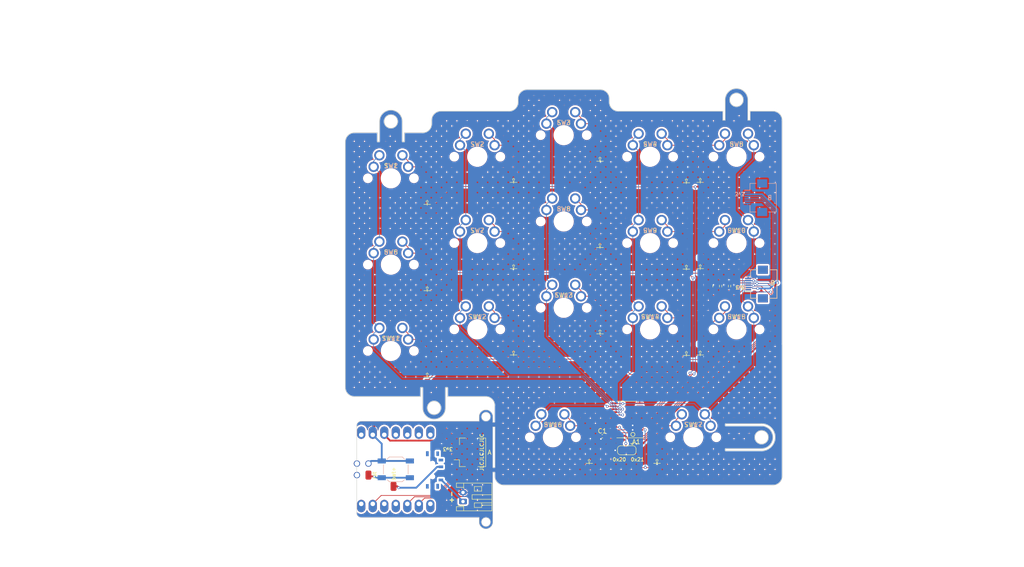
<source format=kicad_pcb>
(kicad_pcb (version 20221018) (generator pcbnew)
  (layers (0 "F.Cu" signal) (31 "B.Cu" signal) (34 "B.Paste" user) (35 "F.Paste" user) (36 "B.SilkS" user "B.Silkscreen") (37 "F.SilkS" user "F.Silkscreen") (38 "B.Mask" user) (39 "F.Mask" user) (44 "Edge.Cuts" user))
  (net 0 "")
  (net 1 "+3V3")
  (net 2 "SDA")
  (net 3 "SCL")
  (net 4 "ADDR0")
  (net 5 "BAT+")
  (net 6 "+5V")
  (net 8 "ROW1")
  (net 11 "Net-(D1-A)")
  (net 12 "Net-(D2-A)")
  (net 13 "Net-(D3-A)")
  (net 14 "RESET")
  (net 15 "MCU_BAT+")
  (net 16 "IO_INT")
  (net 17 "Net-(D4-A)")
  (net 18 "Net-(D5-A)")
  (net 22 "COL2")
  (net 26 "Net-(D6-A)")
  (net 27 "Net-(D7-A)")
  (net 28 "Net-(D8-A)")
  (net 29 "Net-(D9-A)")
  (net 30 "Net-(D10-A)")
  (net 31 "COL3")
  (net 32 "Net-(D11-A)")
  (net 33 "Net-(D12-A)")
  (net 34 "Net-(D13-A)")
  (net 35 "Net-(D14-A)")
  (net 36 "Net-(D15-A)")
  (net 37 "COL4")
  (net 38 "Net-(D16-A)")
  (net 39 "Net-(D17-A)")
  (net 40 "COL1")
  (net 41 "COL5")
  (net 42 "ROW2")
  (net 43 "ROW3")
  (net 44 "ROW4")
  (net 54 "GND")
  (footprint "Diode_SMD:D_SOD-123" (layer "F.Cu") (at 181.44 105.715 90)
    (fp_text reference "D14" hide)
    (fp_text value "1N4148W")
  )
  (footprint "Resistor_SMD:R_0805_2012Metric_Pad1.20x1.40mm_HandSolder" (layer "F.Cu") (at 189.979988 91.157753 -90)
    (fp_text reference "R2" hide)
    (fp_text value "4K7")
  )
  (footprint "keyswitches:SW_MX_reversible" (layer "F.Cu") (at 152.0088 124.5275)
    (fp_text reference "SW16")
    (fp_text value "SW_SPST")
  )
  (footprint "keyswitches:SW_MX_reversible" (layer "F.Cu") (at 192.49 100.715)
    (fp_text reference "SW15")
    (fp_text value "SW_SPST")
  )
  (footprint "keyswitches:SW_MX_reversible" (layer "F.Cu") (at 116.29 67.3775)
    (fp_text reference "SW1")
    (fp_text value "SW_SPST")
  )
  (footprint "Jumper:SolderJumper-3_P1.3mm_Open_RoundedPad1.0x1.5mm" (layer "F.Cu") (at 168.29 127.4025 180)
    (fp_text reference "JP1" hide)
    (fp_text value "Jumper_3_Open")
  )
  (footprint "Connector_FFC-FPC:Hirose_FH12-6S-0.5SH_1x06-1MP_P0.50mm_Horizontal" (layer "F.Cu") (at 196.904988 90.707753 90)
    (fp_text reference "J2" hide)
    (fp_text value "Conn_01x06")
  )
  (footprint "keyswitches:SW_MX_reversible" (layer "F.Cu") (at 135.34 81.665)
    (fp_text reference "SW7")
    (fp_text value "SW_SPST")
  )
  (footprint "Package_SO:TSSOP-24_4.4x7.8mm_P0.65mm" (layer "F.Cu") (at 168.29 120.615 180)
    (fp_text reference "U1" hide)
    (fp_text value "TCA9555PWR")
  )
  (footprint "Resistor_SMD:R_0805_2012Metric_Pad1.20x1.40mm_HandSolder" (layer "F.Cu") (at 188.004988 91.157753 -90)
    (fp_text reference "R3" hide)
    (fp_text value "10K")
  )
  (footprint "Diode_SMD:D_SOD-123" (layer "F.Cu") (at 143.34 86.565 90)
    (fp_text reference "D7" hide)
    (fp_text value "1N4148W")
  )
  (footprint "keyswitches:SW_MX_reversible" (layer "F.Cu") (at 173.44 62.615)
    (fp_text reference "SW4")
    (fp_text value "SW_SPST")
  )
  (footprint "Connector_FFC-FPC:Hirose_FH12-6S-0.5SH_1x06-1MP_P0.50mm_Horizontal" (layer "F.Cu") (at 132.7 127.845 90)
    (fp_text reference "J1" hide)
    (fp_text value "Conn_01x06")
  )
  (footprint "keyswitches:SW_MX_reversible" (layer "F.Cu") (at 135.34 100.715)
    (fp_text reference "SW12")
    (fp_text value "SW_SPST")
  )
  (footprint "Diode_SMD:D_SOD-123" (layer "F.Cu") (at 124.29 72.3775 90)
    (fp_text reference "D1" hide)
    (fp_text value "1N4148W")
  )
  (footprint "mcu:xiao-ble-tht-bodge" (layer "F.Cu") (at 117.367369 131.600635 90)
    (fp_text reference "U2" hide)
    (fp_text value "xiao-ble" hide)
  )
  (footprint "Diode_SMD:D_SOD-123" (layer "F.Cu") (at 124.29 110.4775 90)
    (fp_text reference "D11" hide)
    (fp_text value "1N4148W")
  )
  (footprint "Diode_SMD:D_SOD-123" (layer "F.Cu") (at 160.0088 129.5275 90)
    (fp_text reference "D16" hide)
    (fp_text value "1N4148W")
  )
  (footprint "Diode_SMD:D_SOD-123" (layer "F.Cu") (at 162.39 62.8525 90)
    (fp_text reference "D3" hide)
    (fp_text value "1N4148W")
  )
  (footprint "Diode_SMD:D_SOD-123" (layer "F.Cu") (at 184.49 105.615 90)
    (fp_text reference "D15" hide)
    (fp_text value "1N4148W")
  )
  (footprint "keyswitches:SW_MX_reversible" (layer "F.Cu") (at 154.39 76.9025)
    (fp_text reference "SW8")
    (fp_text value "SW_SPST")
  )
  (footprint "Diode_SMD:D_SOD-123" (layer "F.Cu") (at 124.29 91.4275 90)
    (fp_text reference "D6" hide)
    (fp_text value "1N4148W")
  )
  (footprint "Diode_SMD:D_SOD-123" (layer "F.Cu") (at 143.34 105.615 90)
    (fp_text reference "D12" hide)
    (fp_text value "1N4148W")
  )
  (footprint "Diode_SMD:D_SOD-123" (layer "F.Cu") (at 162.39 81.9025 90)
    (fp_text reference "D8" hide)
    (fp_text value "1N4148W")
  )
  (footprint "Capacitor_SMD:C_0402_1005Metric_Pad0.74x0.62mm_HandSolder" (layer "F.Cu") (at 162.89 124.3025)
    (fp_text reference "C1")
    (fp_text value "0.1u")
  )
  (footprint "Resistor_SMD:R_0805_2012Metric_Pad1.20x1.40mm_HandSolder" (layer "F.Cu") (at 191.954988 91.157753 -90)
    (fp_text reference "R1" hide)
    (fp_text value "4K7")
  )
  (footprint "Diode_SMD:D_SOD-123" (layer "F.Cu") (at 174.965 129.5275 90)
    (fp_text reference "D17" hide)
    (fp_text value "1N4148W")
  )
  (footprint "keyswitches:SW_MX_reversible" (layer "F.Cu") (at 154.39 57.8525)
    (fp_text reference "SW3")
    (fp_text value "SW_SPST")
  )
  (footprint "keyswitches:SW_MX_reversible" (layer "F.Cu") (at 116.29 105.4775)
    (fp_text reference "SW11")
    (fp_text value "SW_SPST")
  )
  (footprint "keyswitches:SW_MX_reversible" (layer "F.Cu") (at 116.29 86.4275)
    (fp_text reference "SW6")
    (fp_text value "SW_SPST")
  )
  (footprint "Diode_SMD:D_SOD-123" (layer "F.Cu") (at 184.49 86.565 90)
    (fp_text reference "D10" hide)
    (fp_text value "1N4148W")
  )
  (footprint "Diode_SMD:D_SOD-123" (layer "F.Cu") (at 162.39 100.9525 90)
    (fp_text reference "D13" hide)
    (fp_text value "1N4148W")
  )
  (footprint "Diode_SMD:D_SOD-123" (layer "F.Cu") (at 143.34 67.515 90)
    (fp_text reference "D2" hide)
    (fp_text value "1N4148W")
  )
  (footprint "keyswitches:SW_MX_reversible" (layer "F.Cu") (at 173.44 81.665)
    (fp_text reference "SW9")
    (fp_text value "SW_SPST")
  )
  (footprint "Diode_SMD:D_SOD-123" (layer "F.Cu") (at 184.49 67.515 90)
    (fp_text reference "D5" hide)
    (fp_text value "1N4148W")
  )
  (footprint "keyswitches:SW_MX_reversible" (layer "F.Cu") (at 173.44 100.715)
    (fp_text reference "SW14")
    (fp_text value "SW_SPST")
  )
  (footprint "Diode_SMD:D_SOD-123" (layer "F.Cu") (at 181.44 67.615 90)
    (fp_text reference "D4" hide)
    (fp_text value "1N4148W")
  )
  (footprint "Diode_SMD:D_SOD-123" (layer "F.Cu") (at 181.44 86.665 90)
    (fp_text reference "D9" hide)
    (fp_text value "1N4148W")
  )
  (footprint "Connector_JST:JST_PH_S2B-PH-K_1x02_P2.00mm_Horizontal" (layer "F.Cu") (at 132.19 138.705 90)
    (fp_text reference "J5" hide)
    (fp_text value "Conn_01x02")
  )
  (footprint "keyswitches:SW_MX_reversible" (layer "F.Cu") (at 182.965 124.5275)
    (fp_text reference "SW17")
    (fp_text value "SW_SPST")
  )
  (footprint "keyswitches:SW_MX_reversible" (layer "F.Cu") (at 135.34 62.615)
    (fp_text reference "SW2")
    (fp_text value "SW_SPST")
  )
  (footprint "keyswitches:SW_MX_reversible" (layer "F.Cu") (at 154.39 95.9525)
    (fp_text reference "SW13")
    (fp_text value "SW_SPST")
  )
  (footprint "keyswitches:SW_MX_reversible" (layer "F.Cu") (at 192.49 62.615)
    (fp_text reference "SW5")
    (fp_text value "SW_SPST")
  )
  (footprint "keyswitches:SW_MX_reversible" (layer "F.Cu") (at 192.49 81.665)
    (fp_text reference "SW10")
    (fp_text value "SW_SPST")
  )
  (footprint "Connector_FFC-FPC:Hirose_FH12-6S-0.5SH_1x06-1MP_P0.50mm_Horizontal" (layer "B.Cu") (at 196.904988 90.707753 -90)
    (fp_text reference "J4" hide)
    (fp_text value "Conn_01x06")
  )
  (footprint "Button_Switch_SMD:SW_SPST_SKQG_WithStem" (layer "B.Cu") (at 117.367369 131.600635)
    (fp_text reference "SW18" hide)
    (fp_text value "SW_Push")
  )
  (footprint "Connector_FFC-FPC:Hirose_FH12-6S-0.5SH_1x06-1MP_P0.50mm_Horizontal" (layer "B.Cu") (at 196.754988 71.657753 -90)
    (fp_text reference "J3" hide)
    (fp_text value "Conn_01x06")
  )
  (footprint "switch:switch-MSK-12C02-smd" (layer "B.Cu") (at 124.113797 131.751634)
    (fp_text reference "SW19")
    (fp_text value "SW_SPDT")
  )
  (gr_circle (center 169.642787 123.9) (end 170.042787 124.1) (stroke (width 0.15)) (fill none) (layer "F.SilkS"))
  (gr_arc (start 202.565 133.0775) (mid 201.979214 134.491714) (end 200.565 135.0775) (stroke (width 0.15)) (layer "Edge.Cuts"))
  (gr_line (start 113.290001 57.3275) (end 113.29 59.3275) (stroke (width 0.15)) (layer "Edge.Cuts"))
  (gr_line (start 138.747369 119.980635) (end 138.747369 121.220635) (stroke (width 0.1)) (layer "Edge.Cuts"))
  (gr_line (start 135.747369 142.220634) (end 135.747369 143.220635) (stroke (width 0.1)) (layer "Edge.Cuts"))
  (gr_line (start 138.747369 121.220635) (end 139.19625 121.220635) (stroke (width 0.1)) (layer "Edge.Cuts"))
  (gr_line (start 135.747369 120.980635) (end 135.747369 119.980635) (stroke (width 0.1)) (layer "Edge.Cuts"))
  (gr_line (start 122.815 113.5275) (end 123.315 113.5275) (stroke (width 0.15)) (layer "Edge.Cuts"))
  (gr_arc (start 198.015 121.5275) (mid 201.015 124.5275) (end 198.015 127.5275) (stroke (width 0.15)) (layer "Edge.Cuts"))
  (gr_line (start 119.29 59.3275) (end 118.789999 59.3275) (stroke (width 0.15)) (layer "Edge.Cuts"))
  (gr_arc (start 137.19625 115.5275) (mid 138.610464 116.113286) (end 139.19625 117.5275) (stroke (width 0.15)) (layer "Edge.Cuts"))
  (gr_arc (start 198.015 122.0275) (mid 200.515 124.5275) (end 198.015 127.0275) (stroke (width 0.15)) (layer "Edge.Cuts"))
  (gr_line (start 164.44 49.8025) (end 164.44 50.565) (stroke (width 0.15)) (layer "Edge.Cuts"))
  (gr_line (start 198.015 122.0275) (end 190.015 122.0275) (stroke (width 0.15)) (layer "Edge.Cuts"))
  (gr_line (start 108.24 115.5275) (end 122.815 115.5275) (stroke (width 0.15)) (layer "Edge.Cuts"))
  (gr_line (start 128.315 113.5275) (end 128.815 113.5275) (stroke (width 0.15)) (layer "Edge.Cuts"))
  (gr_line (start 195.49 52.565) (end 200.54 52.565) (stroke (width 0.15)) (layer "Edge.Cuts"))
  (gr_arc (start 162.44 47.8025) (mid 163.854214 48.388286) (end 164.44 49.8025) (stroke (width 0.15)) (layer "Edge.Cuts"))
  (gr_line (start 190.015 127.0275) (end 198.015 127.0275) (stroke (width 0.15)) (layer "Edge.Cuts"))
  (gr_line (start 118.789999 59.3275) (end 118.79 54.8275) (stroke (width 0.15)) (layer "Edge.Cuts"))
  (gr_line (start 189.490001 52.565) (end 189.49 54.565) (stroke (width 0.15)) (layer "Edge.Cuts"))
  (gr_line (start 113.79 54.8275) (end 113.79 59.327501) (stroke (width 0.15)) (layer "Edge.Cuts"))
  (gr_line (start 119.29 57.3275) (end 123.29 57.3275) (stroke (width 0.15)) (layer "Edge.Cuts"))
  (gr_line (start 128.315 118.0275) (end 128.315 113.5275) (stroke (width 0.15)) (layer "Edge.Cuts"))
  (gr_arc (start 108.747369 121.980635) (mid 109.040262 121.273528) (end 109.747369 120.980635) (stroke (width 0.1)) (layer "Edge.Cuts"))
  (gr_line (start 202.54 103.9775) (end 202.54 54.565) (stroke (width 0.15)) (layer "Edge.Cuts"))
  (gr_line (start 189.99 50.065) (end 189.99 54.565) (stroke (width 0.15)) (layer "Edge.Cuts"))
  (gr_line (start 202.54 103.9775) (end 202.565 103.9775) (stroke (width 0.15)) (layer "Edge.Cuts"))
  (gr_arc (start 189.99 50.065) (mid 192.49 47.565) (end 194.99 50.065) (stroke (width 0.15)) (layer "Edge.Cuts"))
  (gr_line (start 128.815 115.5275) (end 137.19625 115.5275) (stroke (width 0.15)) (layer "Edge.Cuts"))
  (gr_line (start 190.015 121.5275) (end 190.015 122.0275) (stroke (width 0.15)) (layer "Edge.Cuts"))
  (gr_line (start 198.015 121.5275) (end 190.015 121.5275) (stroke (width 0.15)) (layer "Edge.Cuts"))
  (gr_line (start 138.747369 143.220635) (end 138.747369 132.220635) (stroke (width 0.1)) (layer "Edge.Cuts"))
  (gr_arc (start 113.79 54.8275) (mid 116.29 52.3275) (end 118.79 54.8275) (stroke (width 0.15)) (layer "Edge.Cuts"))
  (gr_line (start 109.747369 142.220634) (end 135.747369 142.220634) (stroke (width 0.1)) (layer "Edge.Cuts"))
  (gr_line (start 189.99 54.565001) (end 189.49 54.565) (stroke (width 0.15)) (layer "Edge.Cuts"))
  (gr_arc (start 135.747369 119.980635) (mid 137.247369 118.480635) (end 138.747369 119.980635) (stroke (width 0.1)) (layer "Edge.Cuts"))
  (gr_line (start 202.565 133.0775) (end 202.565 103.9775) (stroke (width 0.15)) (layer "Edge.Cuts"))
  (gr_line (start 138.74625 132.220635) (end 139.19625 132.220635) (stroke (width 0.1)) (layer "Edge.Cuts"))
  (gr_circle (center 137.247369 143.220635) (end 138.247369 143.220635) (stroke (width 0.1)) (fill none) (layer "Edge.Cuts"))
  (gr_line (start 127.29 52.565) (end 142.34 52.565) (stroke (width 0.15)) (layer "Edge.Cuts"))
  (gr_arc (start 128.315 118.0275) (mid 125.815 120.5275) (end 123.315 118.0275) (stroke (width 0.15)) (layer "Edge.Cuts"))
  (gr_arc (start 109.747369 142.220634) (mid 109.040262 141.927741) (end 108.747369 141.220634) (stroke (width 0.1)) (layer "Edge.Cuts"))
  (gr_line (start 113.79 59.327501) (end 113.29 59.3275) (stroke (width 0.15)) (layer "Edge.Cuts"))
  (gr_circle (center 125.815 118.0275) (end 127.315 118.0275) (stroke (width 0.15)) (fill none) (layer "Edge.Cuts"))
  (gr_circle (center 116.29 54.8275) (end 114.79 54.8275) (stroke (width 0.15)) (fill none) (layer "Edge.Cuts"))
  (gr_line (start 190.015 127.5275) (end 198.015 127.5275) (stroke (width 0.15)) (layer "Edge.Cuts"))
  (gr_line (start 166.44 52.565) (end 189.490001 52.565) (stroke (width 0.15)) (layer "Edge.Cuts"))
  (gr_arc (start 125.29 54.565) (mid 125.875786 53.150786) (end 127.29 52.565) (stroke (width 0.15)) (layer "Edge.Cuts"))
  (gr_line (start 125.29 55.3275) (end 125.29 54.565) (stroke (width 0.15)) (layer "Edge.Cuts"))
  (gr_line (start 194.989999 54.565) (end 194.99 50.065) (stroke (width 0.15)) (layer "Edge.Cuts"))
  (gr_rect (start 138.747369 122.220635) (end 139.247369 131.220635) (stroke (width 0.1)) (fill none) (layer "Edge.Cuts"))
  (gr_arc (start 141.19625 135.0775) (mid 139.782036 134.491714) (end 139.19625 133.0775) (stroke (width 0.15)) (layer "Edge.Cuts"))
  (gr_line (start 108.24 57.3275) (end 113.29 57.3275) (stroke (width 0.15)) (layer "Edge.Cuts"))
  (gr_arc (start 166.44 52.565) (mid 165.025786 51.979214) (end 164.44 50.565) (stroke (width 0.15)) (layer "Edge.Cuts"))
  (gr_line (start 109.747369 120.980635) (end 135.747369 120.980635) (stroke (width 0.1)) (layer "Edge.Cuts"))
  (gr_line (start 146.34 47.8025) (end 162.44 47.8025) (stroke (width 0.15)) (layer "Edge.Cuts"))
  (gr_line (start 139.19625 133.0775) (end 139.19625 132.220635) (stroke (width 0.15)) (layer "Edge.Cuts"))
  (gr_line (start 195.49 54.565) (end 194.989999 54.565) (stroke (width 0.15)) (layer "Edge.Cuts"))
  (gr_line (start 119.29 57.3275) (end 119.29 59.3275) (stroke (width 0.15)) (layer "Edge.Cuts"))
  (gr_line (start 108.747369 141.220634) (end 108.747369 121.980635) (stroke (width 0.1)) (layer "Edge.Cuts"))
  (gr_line (start 141.19625 135.0775) (end 200.565 135.0775) (stroke (width 0.15)) (layer "Edge.Cuts"))
  (gr_line (start 128.815 115.5275) (end 128.815 113.5275) (stroke (width 0.15)) (layer "Edge.Cuts"))
  (gr_circle (center 192.49 50.065) (end 190.99 50.065) (stroke (width 0.15)) (fill none) (layer "Edge.Cuts"))
  (gr_line (start 122.815 115.5275) (end 122.815 113.5275) (stroke (width 0.15)) (layer "Edge.Cuts"))
  (gr_arc (start 106.24 59.3275) (mid 106.825786 57.913286) (end 108.24 57.3275) (stroke (width 0.15)) (layer "Edge.Cuts"))
  (gr_circle (center 137.247369 119.980635) (end 138.247369 119.980635) (stroke (width 0.1)) (fill none) (layer "Edge.Cuts"))
  (gr_line (start 190.015 127.0275) (end 190.015 127.5275) (stroke (width 0.15)) (layer "Edge.Cuts"))
  (gr_line (start 123.315 113.5275) (end 123.315 118.0275) (stroke (width 0.15)) (layer "Edge.Cuts"))
  (gr_arc (start 138.747369 143.220635) (mid 137.247369 144.720635) (end 135.747369 143.220635) (stroke (width 0.1)) (layer "Edge.Cuts"))
  (gr_line (start 144.34 50.565) (end 144.34 49.8025) (stroke (width 0.15)) (layer "Edge.Cuts"))
  (gr_line (start 195.49 52.565) (end 195.49 54.565) (stroke (width 0.15)) (layer "Edge.Cuts"))
  (gr_arc (start 125.29 55.3275) (mid 124.704214 56.741714) (end 123.29 57.3275) (stroke (width 0.15)) (layer "Edge.Cuts"))
  (gr_arc (start 200.54 52.565) (mid 201.954214 53.150786) (end 202.54 54.565) (stroke (width 0.15)) (layer "Edge.Cuts"))
  (gr_arc (start 144.34 49.8025) (mid 144.925786 48.388286) (end 146.34 47.8025) (stroke (width 0.15)) (layer "Edge.Cuts"))
  (gr_circle (center 198.015 124.5275) (end 199.515 124.5275) (stroke (width 0.15)) (fill none) (layer "Edge.Cuts"))
  (gr_arc (start 144.34 50.565) (mid 143.754214 51.979214) (end 142.34 52.565) (stroke (width 0.15)) (layer "Edge.Cuts"))
  (gr_line (start 139.19625 121.220635) (end 139.19625 117.5275) (stroke (width 0.1)) (layer "Edge.Cuts"))
  (gr_arc (start 108.24 115.5275) (mid 106.825786 114.941714) (end 106.24 113.5275) (stroke (width 0.15)) (layer "Edge.Cuts"))
  (gr_line (start 106.24 113.5275) (end 106.24 59.3275) (stroke (width 0.15)) (layer "Edge.Cuts"))
  (gr_text "3v3" (at 192.004988 70.357753 180) (layer "B.SilkS") (effects (font (size 0.8 0.8)) (justify left bottom mirror)))
  (gr_text "3v3" (at 192.404988 90.957753 180) (layer "B.SilkS") (effects (font (size 0.8 0.8)) (justify left bottom mirror)))
  (gr_text "B" (at 200.404988 72.257753) (layer "B.SilkS") (effects (font (size 1 1)) (justify left bottom mirror)))
  (gr_text "A" (at 200.743059 91.044967) (layer "B.SilkS") (effects (font (size 1 1)) (justify left bottom mirror)))
  (gr_text "+" (at 129.21 139.165 -90) (layer "F.SilkS") (effects (font (size 1 1) (thickness 0.25) bold) (justify left bottom mirror)))
  (gr_text "3v3" (at 194.504988 90.957753 -180) (layer "F.SilkS") (effects (font (size 0.8 0.8)) (justify left bottom)))
  (gr_text "JLCJLCJLCJLC" (at 136.804988 132.057753 90) (layer "F.SilkS") (effects (font (size 0.8 0.8)) (justify left bottom)))
  (gr_text "A" (at 137.504988 128.457753) (layer "F.SilkS") (effects (font (size 1 1)) (justify left bottom)))
  (gr_text "-" (at 129.19 137.815 -90) (layer "F.SilkS") (effects (font (size 1 1) (thickness 0.25) bold) (justify left bottom mirror)))
  (gr_text "0x20" (at 165.09 129.9025) (layer "F.SilkS") (effects (font (size 0.8 0.8)) (justify left bottom)))
  (gr_text "B" (at 199.904988 91.057753) (layer "F.SilkS") (effects (font (size 1 1)) (justify left bottom)))
  (gr_text "0x21" (at 169.09 129.9025) (layer "F.SilkS") (effects (font (size 0.8 0.8)) (justify left bottom)))
  (gr_text "A1" (at 169.39 126.1025) (layer "F.SilkS") (effects (font (size 1 1)) (justify left bottom)))
  (gr_text "3v3" (at 130.004988 126.657753 -180) (layer "F.SilkS") (effects (font (size 0.8 0.8)) (justify left bottom)))
  (segment (start 129.85 127.095) (end 130.85 127.095) (width 0.4) (layer "F.Cu") (net 1))
  (segment (start 201.004988 90.957753) (end 201.004988 100.558457) (width 0.4) (layer "F.Cu") (net 1))
  (segment (start 167.937235 124.19) (end 169.59 125.842765) (width 0.4) (layer "F.Cu") (net 1))
  (segment (start 195.054988 91.457753) (end 195.854988 91.457753) (width 0.15) (layer "F.Cu") (net 1))
  (segment (start 188.004988 92.157753) (end 189.979988 92.157753) (width 0.15) (layer "F.Cu") (net 1))
  (segment (start 116.104487 125.257753) (end 128.012753 125.257753) (width 0.4) (layer "F.Cu") (net 1))
  (segment (start 201.004988 100.558457) (end 195.305692 106.257753) (width 0.4) (layer "F.Cu") (net 1))
  (segment (start 170.358579 127.4025) (end 169.59 127.4025) (width 0.4) (layer "F.Cu") (net 1))
  (segment (start 194.404988 91.457753) (end 195.054988 91.457753) (width 0.15) (layer "F.Cu") (net 1))
  (segment (start 193.304988 92.557753) (end 194.404988 91.457753) (width 0.15) (layer "F.Cu") (net 1))
  (segment (start 191.503326 106.257753) (end 170.358579 127.4025) (width 0.4) (layer "F.Cu") (net 1))
  (segment (start 195.854988 91.457753) (end 196.079488 91.682253) (width 0.15) (layer "F.Cu") (net 1))
  (segment (start 189.979988 92.157753) (end 191.954988 92.157753) (width 0.15) (layer "F.Cu") (net 1))
  (segment (start 192.354988 92.557753) (end 193.304988 92.557753) (width 0.15) (layer "F.Cu") (net 1))
  (segment (start 128.012753 125.257753) (end 129.85 127.095) (width 0.4) (layer "F.Cu") (net 1))
  (segment (start 201.504988 90.457753) (end 201.004988 90.957753) (width 0.4) (layer "F.Cu") (net 1))
  (segment (start 195.305692 106.257753) (end 191.503326 106.257753) (width 0.4) (layer "F.Cu") (net 1))
  (segment (start 165.4275 124.19) (end 167.937235 124.19) (width 0.4) (layer "F.Cu") (net 1))
  (segment (start 114.827369 123.980635) (end 116.104487 125.257753) (width 0.4) (layer "F.Cu") (net 1))
  (segment (start 196.079488 91.682253) (end 197.156452 91.682253) (width 0.15) (layer "F.Cu") (net 1))
  (segment (start 163.4575 124.3025) (end 165.315 124.3025) (width 0.15) (layer "F.Cu") (net 1))
  (segment (start 169.59 125.842765) (end 169.59 127.4025) (width 0.4) (layer "F.Cu") (net 1))
  (via (at 197.156452 91.682253) (size 0.6) (drill 0.35) (layers "F.Cu" "B.Cu") (net 1))
  (via (at 201.504988 90.457753) (size 0.6) (drill 0.35) (layers "F.Cu" "B.Cu") (net 1))
  (segment (start 201.504988 90.005204) (end 201.504988 90.457753) (width 0.4) (layer "B.Cu") (net 1))
  (segment (start 201.504988 90.005204) (end 199.827939 91.682253) (width 0.4) (layer "B.Cu") (net 1))
  (segment (start 195.854988 91.457753) (end 196.079488 91.682253) (width 0.15) (layer "B.Cu") (net 1))
  (segment (start 195.054988 91.457753) (end 195.854988 91.457753) (width 0.15) (layer "B.Cu") (net 1))
  (segment (start 201.504988 74.260301) (end 201.504988 90.005204) (width 0.4) (layer "B.Cu") (net 1))
  (segment (start 194.904988 70.907753) (end 198.15244 70.907753) (width 0.4) (layer "B.Cu") (net 1))
  (segment (start 199.827939 91.682253) (end 197.156452 91.682253) (width 0.4) (layer "B.Cu") (net 1))
  (segment (start 198.15244 70.907753) (end 201.504988 74.260301) (width 0.4) (layer "B.Cu") (net 1))
  (segment (start 196.079488 91.682253) (end 197.156452 91.682253) (width 0.15) (layer "B.Cu") (net 1))
  (segment (start 129.973558 128.095) (end 129.204489 128.864069) (width 0.15) (layer "F.Cu") (net 2))
  (segment (start 196.929488 90.506753) (end 197.004988 90.582253) (width 0.15) (layer "F.Cu") (net 2))
  (segment (start 191.327492 105.833252) (end 195.129857 105.833252) (width 0.15) (layer "F.Cu") (net 2))
  (segment (start 126.081929 137.657254) (end 121.47075 137.657254) (width 0.15) (layer "F.Cu") (net 2))
  (segment (start 130.85 128.095) (end 129.973558 128.095) (width 0.15) (layer "F.Cu") (net 2))
  (segment (start 168.494323 123.54) (end 169.956823 125.0025) (width 0.15) (layer "F.Cu") (net 2))
  (segment (start 195.054988 90.457753) (end 195.103988 90.506753) (width 0.15) (layer "F.Cu") (net 2))
  (segment (start 169.956823 125.0025) (end 172.158243 125.0025) (width 0.15) (layer "F.Cu") (net 2))
  (segment (start 195.129857 105.833252) (end 200.504988 100.458121) (width 0.15) (layer "F.Cu") (net 2))
  (segment (start 192.254988 90.457753) (end 195.054988 90.457753) (width 0.15) (layer "F.Cu") (net 2))
  (segment (start 195.103988 90.506753) (end 196.929488 90.506753) (width 0.15) (layer "F.Cu") (net 2))
  (segment (start 200.504988 91.715997) (end 199.371244 90.582253) (width 0.15) (layer "F.Cu") (net 2))
  (segment (start 172.158243 125.0025) (end 191.327492 105.833252) (width 0.15) (layer "F.Cu") (net 2))
  (segment (start 129.204489 128.864069) (end 129.204489 134.534694) (width 0.15) (layer "F.Cu") (net 2))
  (segment (start 200.504988 100.458121) (end 200.504988 91.715997) (width 0.15) (layer "F.Cu") (net 2))
  (segment (start 121.47075 137.657254) (end 119.907369 139.220635) (width 0.15) (layer "F.Cu") (net 2))
  (segment (start 129.204489 134.534694) (end 126.081929 137.657254) (width 0.15) (layer "F.Cu") (net 2))
  (segment (start 199.371244 90.582253) (end 197.004988 90.582253) (width 0.15) (layer "F.Cu") (net 2))
  (segment (start 165.4275 123.54) (end 168.494323 123.54) (width 0.15) (layer "F.Cu") (net 2))
  (via (at 197.004988 90.582253) (size 0.6) (drill 0.35) (layers "F.Cu" "B.Cu") (net 2))
  (segment (start 199.904046 90.582253) (end 197.004988 90.582253) (width 0.15) (layer "B.Cu") (net 2))
  (segment (start 198.128546 71.907753) (end 200.780986 74.560193) (width 0.15) (layer "B.Cu") (net 2))
  (segment (start 196.929488 90.506753) (end 197.004988 90.582253) (width 0.15) (layer "B.Cu") (net 2))
  (segment (start 195.103988 90.506753) (end 196.929488 90.506753) (width 0.15) (layer "B.Cu") (net 2))
  (segment (start 195.054988 90.457753) (end 195.103988 90.506753) (width 0.15) (layer "B.Cu") (net 2))
  (segment (start 200.780986 74.560193) (end 200.780986 89.705313) (width 0.15) (layer "B.Cu") (net 2))
  (segment (start 194.904988 71.907753) (end 198.128546 71.907753) (width 0.15) (layer "B.Cu") (net 2))
  (segment (start 200.780986 89.705313) (end 199.904046 90.582253) (width 0.15) (layer "B.Cu") (net 2))
  (segment (start 130.05 128.595) (end 129.50399 129.14101) (width 0.15) (layer "F.Cu") (net 3))
  (segment (start 129.50399 134.658751) (end 126.205986 137.956755) (width 0.15) (layer "F.Cu") (net 3))
  (segment (start 195.054988 89.957753) (end 196.208706 89.957753) (width 0.15) (layer "F.Cu") (net 3))
  (segment (start 199.980488 92.659695) (end 199.980488 92.457753) (width 0.15) (layer "F.Cu") (net 3))
  (segment (start 200.205487 92.884694) (end 199.980488 92.659695) (width 0.15) (layer "F.Cu") (net 3))
  (segment (start 195.0058 105.533751) (end 200.205487 100.334064) (width 0.15) (layer "F.Cu") (net 3))
  (segment (start 165.4275 122.89) (end 168.267881 122.89) (width 0.15) (layer "F.Cu") (net 3))
  (segment (start 123.711249 137.956755) (end 122.447369 139.220635) (width 0.15) (layer "F.Cu") (net 3))
  (segment (start 129.50399 129.14101) (end 129.50399 134.658751) (width 0.15) (layer "F.Cu") (net 3))
  (segment (start 170.08088 124.702999) (end 172.034186 124.702999) (width 0.15) (layer "F.Cu") (net 3))
  (segment (start 189.979988 90.157753) (end 190.804988 89.332753) (width 0.15) (layer "F.Cu") (net 3))
  (segment (start 126.205986 137.956755) (end 123.711249 137.956755) (width 0.15) (layer "F.Cu") (net 3))
  (segment (start 193.226739 89.957753) (end 195.054988 89.957753) (width 0.15) (layer "F.Cu") (net 3))
  (segment (start 192.601739 89.332753) (end 193.226739 89.957753) (width 0.15) (layer "F.Cu") (net 3))
  (segment (start 196.208706 89.957753) (end 196.233206 89.982253) (width 0.15) (layer "F.Cu") (net 3))
  (segment (start 168.267881 122.89) (end 170.08088 124.702999) (width 0.15) (layer "F.Cu") (net 3))
  (segment (start 190.804988 89.332753) (end 192.601739 89.332753) (width 0.15) (layer "F.Cu") (net 3))
  (segment (start 191.203435 105.533751) (end 195.0058 105.533751) (width 0.15) (layer "F.Cu") (net 3))
  (segment (start 172.034186 124.702999) (end 191.203435 105.533751) (width 0.15) (layer "F.Cu") (net 3))
  (segment (start 130.85 128.595) (end 130.05 128.595) (width 0.15) (layer "F.Cu") (net 3))
  (segment (start 200.205487 100.334064) (end 200.205487 92.884694) (width 0.15) (layer "F.Cu") (net 3))
  (via (at 199.980488 92.457753) (size 0.6) (drill 0.35) (layers "F.Cu" "B.Cu") (net 3))
  (via (at 196.233206 89.982253) (size 0.6) (drill 0.35) (layers "F.Cu" "B.Cu") (net 3))
  (segment (start 196.308706 90.057753) (end 196.233206 89.982253) (width 0.15) (layer "B.Cu") (net 3))
  (segment (start 194.304988 92.457753) (end 194.179988 92.332753) (width 0.15) (layer "B.Cu") (net 3))
  (segment (start 200.004988 90.057753) (end 196.308706 90.057753) (width 0.15) (layer "B.Cu") (net 3))
  (segment (start 200.481485 74.68425) (end 200.481485 89.581256) (width 0.15) (layer "B.Cu") (net 3))
  (segment (start 194.230488 89.982253) (end 196.233206 89.982253) (width 0.15) (layer "B.Cu") (net 3))
  (segment (start 196.208706 89.957753) (end 196.233206 89.982253) (width 0.15) (layer "B.Cu") (net 3))
  (segment (start 198.204988 72.407753) (end 200.481485 74.68425) (width 0.15) (layer "B.Cu") (net 3))
  (segment (start 200.481485 89.581256) (end 200.004988 90.057753) (width 0.15) (layer "B.Cu") (net 3))
  (segment (start 199.980488 92.457753) (end 194.304988 92.457753) (width 0.15) (layer "B.Cu") (net 3))
  (segment (start 194.179988 90.032753) (end 194.230488 89.982253) (width 0.15) (layer "B.Cu") (net 3))
  (segment (start 195.054988 89.957753) (end 196.208706 89.957753) (width 0.15) (layer "B.Cu") (net 3))
  (segment (start 194.179988 92.332753) (end 194.179988 90.032753) (width 0.15) (layer "B.Cu") (net 3))
  (segment (start 194.904988 72.407753) (end 198.204988 72.407753) (width 0.15) (layer "B.Cu") (net 3))
  (segment (start 168.09 126.9025) (end 168.09 125.9025) (width 0.15) (layer "F.Cu") (net 4))
  (segment (start 166.69 122.3025) (end 165.49 122.3025) (width 0.15) (layer "F.Cu") (net 4))
  (via (at 168.09 125.9025) (size 0.6) (drill 0.35) (layers "F.Cu" "B.Cu") (net 4))
  (via (at 166.69 122.3025) (size 0.6) (drill 0.35) (layers "F.Cu" "B.Cu") (net 4))
  (segment (start 168.09 123.7025) (end 168.09 125.9025) (width 0.15) (layer "B.Cu") (net 4))
  (segment (start 166.69 122.3025) (end 168.09 123.7025) (width 0.15) (layer "B.Cu") (net 4))
  (segment (start 127.436634 133.951634) (end 132.19 138.705) (width 0.4) (layer "B.Cu") (net 5))
  (segment (start 182.804988 110.557753) (end 183.104988 110.557753) (width 0.15) (layer "F.Cu") (net 8))
  (segment (start 171.772741 121.59) (end 182.804988 110.557753) (width 0.15) (layer "F.Cu") (net 8))
  (segment (start 124.29 74.0275) (end 129.1525 69.165) (width 0.15) (layer "F.Cu") (net 8))
  (segment (start 183.504988 69.165) (end 183.404988 69.265) (width 0.15) (layer "F.Cu") (net 8))
  (segment (start 157.7275 69.165) (end 162.39 64.5025) (width 0.15) (layer "F.Cu") (net 8))
  (segment (start 171.1525 121.59) (end 171.772741 121.59) (width 0.15) (layer "F.Cu") (net 8))
  (segment (start 167.1525 69.265) (end 181.44 69.265) (width 0.15) (layer "F.Cu") (net 8))
  (segment (start 183.404988 69.265) (end 181.44 69.265) (width 0.15) (layer "F.Cu") (net 8))
  (segment (start 162.39 64.5025) (end 167.1525 69.265) (width 0.15) (layer "F.Cu") (net 8))
  (segment (start 129.1525 69.165) (end 143.34 69.165) (width 0.15) (layer "F.Cu") (net 8))
  (segment (start 184.49 69.165) (end 183.504988 69.165) (width 0.15) (layer "F.Cu") (net 8))
  (segment (start 143.34 69.165) (end 157.7275 69.165) (width 0.15) (layer "F.Cu") (net 8))
  (segment (start 184.39 69.265) (end 183.404988 69.265) (width 0.15) (layer "F.Cu") (net 8))
  (via (at 183.404988 69.265) (size 0.6) (drill 0.35) (layers "F.Cu" "B.Cu") (net 8))
  (via (at 183.104988 110.557753) (size 0.6) (drill 0.35) (layers "F.Cu" "B.Cu") (net 8))
  (segment (start 183.404988 110.257753) (end 183.104988 110.557753) (width 0.15) (layer "B.Cu") (net 8))
  (segment (start 183.404988 69.265) (end 183.404988 110.257753) (width 0.15) (layer "B.Cu") (net 8))
  (segment (start 120.1 63.5675) (end 120.1 64.8375) (width 0.15) (layer "F.Cu") (net 11))
  (segment (start 120.1 64.8375) (end 121.716446 64.8375) (width 0.15) (layer "F.Cu") (net 11))
  (segment (start 118.83 62.2975) (end 120.1 63.5675) (width 0.15) (layer "F.Cu") (net 11))
  (segment (start 121.716446 64.8375) (end 124.29 67.411054) (width 0.15) (layer "F.Cu") (net 11))
  (segment (start 124.29 67.411054) (end 124.29 70.7275) (width 0.15) (layer "F.Cu") (net 11))
  (segment (start 137.88 57.535) (end 139.15 58.805) (width 0.15) (layer "F.Cu") (net 12))
  (segment (start 143.34 62.648554) (end 143.34 65.965) (width 0.15) (layer "F.Cu") (net 12))
  (segment (start 139.15 58.805) (end 139.15 60.075) (width 0.15) (layer "F.Cu") (net 12))
  (segment (start 140.766446 60.075) (end 143.34 62.648554) (width 0.15) (layer "F.Cu") (net 12))
  (segment (start 139.15 60.075) (end 140.766446 60.075) (width 0.15) (layer "F.Cu") (net 12))
  (segment (start 162.39 57.886054) (end 162.39 61.2025) (width 0.15) (layer "F.Cu") (net 13))
  (segment (start 158.2 54.0425) (end 158.2 55.3125) (width 0.15) (layer "F.Cu") (net 13))
  (segment (start 156.93 52.7725) (end 158.2 54.0425) (width 0.15) (layer "F.Cu") (net 13))
  (segment (start 158.2 55.3125) (end 159.816446 55.3125) (width 0.15) (layer "F.Cu") (net 13))
  (segment (start 159.816446 55.3125) (end 162.39 57.886054) (width 0.15) (layer "F.Cu") (net 13))
  (segment (start 111.622487 133.157753) (end 111.335369 132.870635) (width 0.4) (layer "F.Cu") (net 14))
  (segment (start 112.604988 133.157753) (end 111.622487 133.157753) (width 0.4) (layer "F.Cu") (net 14))
  (via (at 112.604988 133.157753) (size 0.6) (drill 0.35) (layers "F.Cu" "B.Cu") (net 14))
  (segment (start 114.267369 133.450635) (end 120.467369 133.450635) (width 0.4) (layer "B.Cu") (net 14))
  (segment (start 112.89787 133.450635) (end 112.604988 133.157753) (width 0.4) (layer "B.Cu") (net 14))
  (segment (start 114.267369 133.450635) (end 112.89787 133.450635) (width 0.4) (layer "B.Cu") (net 14))
  (segment (start 117.69787 135.350635) (end 118.004988 135.657753) (width 0.4) (layer "F.Cu") (net 15))
  (segment (start 116.867369 135.350635) (end 117.69787 135.350635) (width 0.4) (layer "F.Cu") (net 15))
  (via (at 118.004988 135.657753) (size 0.6) (drill 0.35) (layers "F.Cu" "B.Cu") (net 15))
  (segment (start 121.876307 135.657753) (end 126.482426 131.051634) (width 0.4) (layer "B.Cu") (net 15))
  (segment (start 126.482426 131.051634) (end 127.313797 131.051634) (width 0.4) (layer "B.Cu") (net 15))
  (segment (start 118.004988 135.657753) (end 121.876307 135.657753) (width 0.4) (layer "B.Cu") (net 15))
  (segment (start 194.179988 91.157753) (end 194.379988 90.957753) (width 0.15) (layer "F.Cu") (net 16))
  (segment (start 130.05 127.595) (end 128.904988 128.740012) (width 0.15) (layer "F.Cu") (net 16))
  (segment (start 171.1525 124.19) (end 172.123627 124.19) (width 0.15) (layer "F.Cu") (net 16))
  (segment (start 196.134408 90.957753) (end 196.207908 91.031253) (width 0.15) (layer "F.Cu") (net 16))
  (segment (start 191.079378 105.23425) (end 194.881743 105.23425) (width 0.15) (layer "F.Cu") (net 16))
  (segment (start 128.904988 128.740012) (end 128.904988 134.410637) (width 0.15) (layer "F.Cu") (net 16))
  (segment (start 172.123627 124.19) (end 191.079378 105.23425) (width 0.15) (layer "F.Cu") (net 16))
  (segment (start 196.334408 91.157753) (end 196.207908 91.031253) (width 0.15) (layer "F.Cu") (net 16))
  (segment (start 125.957872 137.357753) (end 114.150251 137.357753) (width 0.15) (layer "F.Cu") (net 16))
  (segment (start 194.881743 105.23425) (end 199.905986 100.210007) (width 0.15) (layer "F.Cu") (net 16))
  (segment (start 130.85 127.595) (end 130.05 127.595) (width 0.15) (layer "F.Cu") (net 16))
  (segment (start 199.905986 100.210007) (end 199.905986 93.125007) (width 0.15) (layer "F.Cu") (net 16))
  (segment (start 197.938732 91.157753) (end 196.334408 91.157753) (width 0.15) (layer "F.Cu") (net 16))
  (segment (start 189.004988 91.157753) (end 194.179988 91.157753) (width 0.15) (layer "F.Cu") (net 16))
  (segment (start 199.905986 93.125007) (end 197.938732 91.157753) (width 0.15) (layer "F.Cu") (net 16))
  (segment (start 188.004988 90.157753) (end 189.004988 91.157753) (width 0.15) (layer "F.Cu") (net 16))
  (segment (start 194.379988 90.957753) (end 195.054988 90.957753) (width 0.15) (layer "F.Cu") (net 16))
  (segment (start 128.904988 134.410637) (end 125.957872 137.357753) (width 0.15) (layer "F.Cu") (net 16))
  (segment (start 195.054988 90.957753) (end 196.134408 90.957753) (width 0.15) (layer "F.Cu") (net 16))
  (segment (start 114.150251 137.357753) (end 112.287369 139.220635) (width 0.15) (layer "F.Cu") (net 16))
  (via (at 196.207908 91.031253) (size 0.6) (drill 0.35) (layers "F.Cu" "B.Cu") (net 16))
  (segment (start 198.052104 71.407753) (end 201.080487 74.436136) (width 0.15) (layer "B.Cu") (net 16))
  (segment (start 195.054988 90.957753) (end 196.134408 90.957753) (width 0.15) (layer "B.Cu") (net 16))
  (segment (start 199.803104 91.106753) (end 196.283408 91.106753) (width 0.15) (layer "B.Cu") (net 16))
  (segment (start 196.134408 90.957753) (end 196.207908 91.031253) (width 0.15) (layer "B.Cu") (net 16))
  (segment (start 194.904988 71.407753) (end 198.052104 71.407753) (width 0.15) (layer "B.Cu") (net 16))
  (segment (start 201.080487 74.436136) (end 201.080487 89.82937) (width 0.15) (layer "B.Cu") (net 16))
  (segment (start 196.283408 91.106753) (end 196.207908 91.031253) (width 0.15) (layer "B.Cu") (net 16))
  (segment (start 201.080487 89.82937) (end 199.803104 91.106753) (width 0.15) (layer "B.Cu") (net 16))
  (segment (start 177.25 60.075) (end 178.866446 60.075) (width 0.15) (layer "F.Cu") (net 17))
  (segment (start 175.98 57.535) (end 177.25 58.805) (width 0.15) (layer "F.Cu") (net 17))
  (segment (start 181.44 62.648554) (end 181.44 65.965) (width 0.15) (layer "F.Cu") (net 17))
  (segment (start 178.866446 60.075) (end 181.44 62.648554) (width 0.15) (layer "F.Cu") (net 17))
  (segment (start 177.25 58.805) (end 177.25 60.075) (width 0.15) (layer "F.Cu") (net 17))
  (segment (start 187.063554 60.075) (end 184.49 62.648554) (width 0.15) (layer "F.Cu") (net 18))
  (segment (start 187.063554 60.075) (end 188.68 60.075) (width 0.15) (layer "F.Cu") (net 18))
  (segment (start 188.68 60.075) (end 189.95 58.805) (width 0.15) (layer "F.Cu") (net 18))
  (segment (start 189.95 58.805) (end 189.95 57.535) (width 0.15) (layer "F.Cu") (net 18))
  (segment (start 184.49 62.648554) (end 184.49 65.865) (width 0.15) (layer "F.Cu") (net 18))
  (segment (start 165.4275 118.99) (end 166.8025 118.99) (width 0.15) (layer "F.Cu") (net 22))
  (segment (start 166.8025 118.99) (end 166.910878 118.881622) (width 0.15) (layer "F.Cu") (net 22))
  (via (at 166.910878 118.881622) (size 0.6) (drill 0.35) (layers "F.Cu" "B.Cu") (net 22))
  (segment (start 132.8 57.535) (end 131.53 58.805) (width 0.15) (layer "B.Cu") (net 22))
  (segment (start 142.403832 111.058252) (end 158.887508 111.058252) (width 0.15) (layer "B.Cu") (net 22))
  (segment (start 131.53 94.365) (end 132.8 95.635) (width 0.15) (layer "B.Cu") (net 22))
  (segment (start 132.8 61.345) (end 132.8 76.585) (width 0.15) (layer "B.Cu") (net 22))
  (segment (start 131.53 77.855) (end 131.53 79.125) (width 0.15) (layer "B.Cu") (net 22))
  (segment (start 131.53 96.905) (end 131.53 98.175) (width 0.15) (layer "B.Cu") (net 22))
  (segment (start 131.53 58.805) (end 131.53 60.075) (width 0.15) (layer "B.Cu") (net 22))
  (segment (start 166.710878 118.881622) (end 166.910878 118.881622) (width 0.15) (layer "B.Cu") (net 22))
  (segment (start 131.53 98.175) (end 131.53 100.18442) (width 0.15) (layer "B.Cu") (net 22))
  (segment (start 131.53 79.125) (end 131.53 94.365) (width 0.15) (layer "B.Cu") (net 22))
  (segment (start 131.53 100.18442) (end 142.403832 111.058252) (width 0.15) (layer "B.Cu") (net 22))
  (segment (start 132.8 95.635) (end 131.53 96.905) (width 0.15) (layer "B.Cu") (net 22))
  (segment (start 158.887508 111.058252) (end 166.710878 118.881622) (width 0.15) (layer "B.Cu") (net 22))
  (segment (start 132.8 76.585) (end 131.53 77.855) (width 0.15) (layer "B.Cu") (net 22))
  (segment (start 131.53 60.075) (end 132.8 61.345) (width 0.15) (layer "B.Cu") (net 22))
  (segment (start 120.1 83.8875) (end 121.716446 83.8875) (width 0.15) (layer "F.Cu") (net 26))
  (segment (start 118.83 81.3475) (end 120.1 82.6175) (width 0.15) (layer "F.Cu") (net 26))
  (segment (start 120.1 82.6175) (end 120.1 83.8875) (width 0.15) (layer "F.Cu") (net 26))
  (segment (start 121.716446 83.8875) (end 124.29 86.461054) (width 0.15) (layer "F.Cu") (net 26))
  (segment (start 124.29 86.461054) (end 124.29 89.7775) (width 0.15) (layer "F.Cu") (net 26))
  (segment (start 143.34 81.698554) (end 143.34 85.015) (width 0.15) (layer "F.Cu") (net 27))
  (segment (start 140.766446 79.125) (end 143.34 81.698554) (width 0.15) (layer "F.Cu") (net 27))
  (segment (start 139.15 79.125) (end 140.766446 79.125) (width 0.15) (layer "F.Cu") (net 27))
  (segment (start 137.88 76.585) (end 139.15 77.855) (width 0.15) (layer "F.Cu") (net 27))
  (segment (start 139.15 77.855) (end 139.15 79.125) (width 0.15) (layer "F.Cu") (net 27))
  (segment (start 158.2 73.0925) (end 158.2 74.3625) (width 0.15) (layer "F.Cu") (net 28))
  (segment (start 156.93 71.8225) (end 158.2 73.0925) (width 0.15) (layer "F.Cu") (net 28))
  (segment (start 162.39 76.936054) (end 162.39 80.2525) (width 0.15) (layer "F.Cu") (net 28))
  (segment (start 159.816446 74.3625) (end 162.39 76.936054) (width 0.15) (layer "F.Cu") (net 28))
  (segment (start 158.2 74.3625) (end 159.816446 74.3625) (width 0.15) (layer "F.Cu") (net 28))
  (segment (start 181.44 81.698554) (end 181.44 85.015) (width 0.15) (layer "F.Cu") (net 29))
  (segment (start 177.25 79.125) (end 178.866446 79.125) (width 0.15) (layer "F.Cu") (net 29))
  (segment (start 175.98 76.585) (end 177.25 77.855) (width 0.15) (layer "F.Cu") (net 29))
  (segment (start 177.25 77.855) (end 177.25 79.125) (width 0.15) (layer "F.Cu") (net 29))
  (segment (start 178.866446 79.125) (end 181.44 81.698554) (width 0.15) (layer "F.Cu") (net 29))
  (segment (start 187.063554 79.125) (end 188.68 79.125) (width 0.15) (layer "F.Cu") (net 30))
  (segment (start 184.49 81.698554) (end 184.49 84.915) (width 0.15) (layer "F.Cu") (net 30))
  (segment (start 188.68 79.125) (end 189.95 77.855) (width 0.15) (layer "F.Cu") (net 30))
  (segment (start 189.95 77.855) (end 189.95 76.585) (width 0.15) (layer "F.Cu") (net 30))
  (segment (start 187.063554 79.125) (end 184.49 81.698554) (width 0.15) (layer "F.Cu") (net 30))
  (segment (start 167.3525 118.34) (end 167.39 118.3025) (width 0.15) (layer "F.Cu") (net 31))
  (segment (start 165.4275 118.34) (end 167.3525 118.34) (width 0.15) (layer "F.Cu") (net 31))
  (via (at 167.39 118.3025) (size 0.6) (drill 0.35) (layers "F.Cu" "B.Cu") (net 31))
  (segment (start 151.85 52.7725) (end 150.58 54.0425) (width 0.15) (layer "B.Cu") (net 31))
  (segment (start 150.58 73.0925) (end 150.58 74.3625) (width 0.15) (layer "B.Cu") (net 31))
  (segment (start 151.85 56.5825) (end 151.85 71.8225) (width 0.15) (layer "B.Cu") (net 31))
  (segment (start 150.58 55.3125) (end 151.85 56.5825) (width 0.15) (layer "B.Cu") (net 31))
  (segment (start 150.58 102.234256) (end 166.648244 118.3025) (width 0.15) (layer "B.Cu") (net 31))
  (segment (start 150.58 54.0425) (end 150.58 55.3125) (width 0.15) (layer "B.Cu") (net 31))
  (segment (start 150.58 93.4125) (end 150.58 102.234256) (width 0.15) (layer "B.Cu") (net 31))
  (segment (start 166.648244 118.3025) (end 167.39 118.3025) (width 0.15) (layer "B.Cu") (net 31))
  (segment (start 151.85 90.8725) (end 150.58 92.1425) (width 0.15) (layer "B.Cu") (net 31))
  (segment (start 150.58 89.6025) (end 151.85 90.8725) (width 0.15) (layer "B.Cu") (net 31))
  (segment (start 151.85 71.8225) (end 150.58 73.0925) (width 0.15) (layer "B.Cu") (net 31))
  (segment (start 150.58 92.1425) (end 150.58 93.4125) (width 0.15) (layer "B.Cu") (net 31))
  (segment (start 150.58 74.3625) (end 150.58 89.6025) (width 0.15) (layer "B.Cu") (net 31))
  (segment (start 124.29 105.511054) (end 124.29 108.8275) (width 0.15) (layer "F.Cu") (net 32))
  (segment (start 120.1 102.9375) (end 121.716446 102.9375) (width 0.15) (layer "F.Cu") (net 32))
  (segment (start 118.83 100.3975) (end 120.1 101.6675) (width 0.15) (layer "F.Cu") (net 32))
  (segment (start 121.716446 102.9375) (end 124.29 105.511054) (width 0.15) (layer "F.Cu") (net 32))
  (segment (start 120.1 101.6675) (end 120.1 102.9375) (width 0.15) (layer "F.Cu") (net 32))
  (segment (start 139.15 96.905) (end 139.15 98.175) (width 0.15) (layer "F.Cu") (net 33))
  (segment (start 140.766446 98.175) (end 143.34 100.748554) (width 0.15) (layer "F.Cu") (net 33))
  (segment (start 137.88 95.635) (end 139.15 96.905) (width 0.15) (layer "F.Cu") (net 33))
  (segment (start 139.15 98.175) (end 140.766446 98.175) (width 0.15) (layer "F.Cu") (net 33))
  (segment (start 143.34 100.748554) (end 143.34 104.065) (width 0.15) (layer "F.Cu") (net 33))
  (segment (start 158.2 92.1425) (end 158.2 93.4125) (width 0.15) (layer "F.Cu") (net 34))
  (segment (start 159.816446 93.4125) (end 162.39 95.986054) (width 0.15) (layer "F.Cu") (net 34))
  (segment (start 158.2 93.4125) (end 159.816446 93.4125) (width 0.15) (layer "F.Cu") (net 34))
  (segment (start 156.93 90.8725) (end 158.2 92.1425) (width 0.15) (layer "F.Cu") (net 34))
  (segment (start 162.39 95.986054) (end 162.39 99.3025) (width 0.15) (layer "F.Cu") (net 34))
  (segment (start 177.25 98.175) (end 178.866446 98.175) (width 0.15) (layer "F.Cu") (net 35))
  (segment (start 181.44 100.748554) (end 181.44 104.065) (width 0.15) (layer "F.Cu") (net 35))
  (segment (start 178.866446 98.175) (end 181.44 100.748554) (width 0.15) (layer "F.Cu") (net 35))
  (segment (start 177.25 96.905) (end 177.25 98.175) (width 0.15) (layer "F.Cu") (net 35))
  (segment (start 175.98 95.635) (end 177.25 96.905) (width 0.15) (layer "F.Cu") (net 35))
  (segment (start 184.45 102.027441) (end 184.45 103.925) (width 0.15) (layer "F.Cu") (net 36))
  (segment (start 188.68 98.175) (end 188.302441 98.175) (width 0.15) (layer "F.Cu") (net 36))
  (segment (start 189.95 96.905) (end 189.95 95.635) (width 0.15) (layer "F.Cu") (net 36))
  (segment (start 188.302441 98.175) (end 184.45 102.027441) (width 0.15) (layer "F.Cu") (net 36))
  (segment (start 188.68 98.175) (end 189.95 96.905) (width 0.15) (layer "F.Cu") (net 36))
  (segment (start 163.99 117.7025) (end 165.415 117.7025) (width 0.15) (layer "F.Cu") (net 37))
  (segment (start 165.44 117.7025) (end 166.79 117.7025) (width 0.15) (layer "F.Cu") (net 37))
  (via (at 166.79 117.7025) (size 0.6) (drill 0.35) (layers "F.Cu" "B.Cu") (net 37))
  (via (at 163.99 117.7025) (size 0.6) (drill 0.35) (layers "F.Cu" "B.Cu") (net 37))
  (segment (start 151.5138 117.4025) (end 163.69 117.4025) (width 0.15) (layer "B.Cu") (net 37))
  (segment (start 166.79 112.7025) (end 166.79 117.7025) (width 0.15) (layer "B.Cu") (net 37))
  (segment (start 170.9 76.585) (end 169.63 77.855) (width 0.15) (layer "B.Cu") (net 37))
  (segment (start 163.69 117.4025) (end 163.99 117.7025) (width 0.15) (layer "B.Cu") (net 37))
  (segment (start 169.63 98.175) (end 169.63 109.8625) (width 0.15) (layer "B.Cu") (net 37))
  (segment (start 149.4688 119.4475) (end 151.5138 117.4025) (width 0.15) (layer "B.Cu") (net 37))
  (segment (start 169.63 60.075) (end 170.9 61.345) (width 0.15) (layer "B.Cu") (net 37))
  (segment (start 169.63 94.365) (end 170.9 95.635) (width 0.15) (layer "B.Cu") (net 37))
  (segment (start 170.9 57.535) (end 169.63 58.805) (width 0.15) (layer "B.Cu") (net 37))
  (segment (start 149.4688 120.7175) (end 149.4688 119.4475) (width 0.15) (layer "B.Cu") (net 37))
  (segment (start 169.63 79.125) (end 169.63 94.365) (width 0.15) (layer "B.Cu") (net 37))
  (segment (start 170.9 95.635) (end 169.63 96.905) (width 0.15) (layer "B.Cu") (net 37))
  (segment (start 169.63 58.805) (end 169.63 60.075) (width 0.15) (layer "B.Cu") (net 37))
  (segment (start 169.63 109.8625) (end 166.79 112.7025) (width 0.15) (layer "B.Cu") (net 37))
  (segment (start 170.9 61.345) (end 170.9 76.585) (width 0.15) (layer "B.Cu") (net 37))
  (segment (start 169.63 96.905) (end 169.63 98.175) (width 0.15) (layer "B.Cu") (net 37))
  (segment (start 169.63 77.855) (end 169.63 79.125) (width 0.15) (layer "B.Cu") (net 37))
  (segment (start 148.1988 121.9875) (end 149.4688 120.7175) (width 0.15) (layer "B.Cu") (net 37))
  (segment (start 155.8188 121.9875) (end 157.435246 121.9875) (width 0.15) (layer "F.Cu") (net 38))
  (segment (start 155.8188 120.7175) (end 155.8188 121.9875) (width 0.15) (layer "F.Cu") (net 38))
  (segment (start 154.5488 119.4475) (end 155.8188 120.7175) (width 0.15) (layer "F.Cu") (net 38))
  (segment (start 160.0088 124.561054) (end 160.0088 127.8775) (width 0.15) (layer "F.Cu") (net 38))
  (segment (start 157.435246 121.9875) (end 160.0088 124.561054) (width 0.15) (layer "F.Cu") (net 38))
  (segment (start 180.425 119.4475) (end 179.155 120.7175) (width 0.15) (layer "F.Cu") (net 39))
  (segment (start 179.155 121.9875) (end 177.538554 121.9875) (width 0.15) (layer "F.Cu") (net 39))
  (segment (start 179.155 120.7175) (end 179.155 121.9875) (width 0.15) (layer "F.Cu") (net 39))
  (segment (start 174.965 124.561054) (end 174.965 127.8775) (width 0.15) (layer "F.Cu") (net 39))
  (segment (start 177.538554 121.9875) (end 174.965 124.561054) (width 0.15) (layer "F.Cu") (net 39))
  (segment (start 165.465 119.6025) (end 167.39 119.6025) (width 0.15) (layer "F.Cu") (net 40))
  (via (at 167.39 119.6025) (size 0.6) (drill 0.35) (layers "F.Cu" "B.Cu") (net 40))
  (segment (start 112.48 83.8875) (end 112.48 99.1275) (width 0.15) (layer "B.Cu") (net 40))
  (segment (start 112.48 63.5675) (end 112.48 64.8375) (width 0.15) (layer "B.Cu") (net 40))
  (segment (start 112.48 82.6175) (end 112.48 83.8875) (width 0.15) (layer "B.Cu") (net 40))
  (segment (start 113.75 81.3475) (end 112.48 82.6175) (width 0.15) (layer "B.Cu") (net 40))
  (segment (start 112.48 104.94692) (end 118.890833 111.357753) (width 0.15) (layer "B.Cu") (net 40))
  (segment (start 166.89 119.6025) (end 167.39 119.6025) (width 0.15) (layer "B.Cu") (net 40))
  (segment (start 112.48 101.6675) (end 112.48 102.9375) (width 0.15) (layer "B.Cu") (net 40))
  (segment (start 118.890833 111.357753) (end 158.645253 111.357753) (width 0.15) (layer "B.Cu") (net 40))
  (segment (start 112.48 99.1275) (end 113.75 100.3975) (width 0.15) (layer "B.Cu") (net 40))
  (segment (start 113.75 66.1075) (end 113.75 81.3475) (width 0.15) (layer "B.Cu") (net 40))
  (segment (start 112.48 102.9375) (end 112.48 104.94692) (width 0.15) (layer "B.Cu") (net 40))
  (segment (start 158.645253 111.357753) (end 166.89 119.6025) (width 0.15) (layer "B.Cu") (net 40))
  (segment (start 113.75 100.3975) (end 112.48 101.6675) (width 0.15) (layer "B.Cu") (net 40))
  (segment (start 112.48 64.8375) (end 113.75 66.1075) (width 0.15) (layer "B.Cu") (net 40))
  (segment (start 113.75 62.2975) (end 112.48 63.5675) (width 0.15) (layer "B.Cu") (net 40))
  (segment (start 165.49 117.1025) (end 167.39 117.1025) (width 0.15) (layer "F.Cu") (net 41))
  (via (at 167.39 117.1025) (size 0.6) (drill 0.35) (layers "F.Cu" "B.Cu") (net 41))
  (segment (start 196.3 86.662741) (end 193.804988 89.157753) (width 0.15) (layer "B.Cu") (net 41))
  (segment (start 195.03 57.535) (end 195.03 58.805) (width 0.15) (layer "B.Cu") (net 41))
  (segment (start 196.3 60.075) (end 196.3 63.062741) (width 0.15) (layer "B.Cu") (net 41))
  (segment (start 192.804988 66.557753) (end 192.804988 74.359988) (width 0.15) (layer "B.Cu") (net 41))
  (segment (start 186.775 120.7175) (end 186.775 121.9875) (width 0.15) (layer "B.Cu") (net 41))
  (segment (start 196.3 96.905) (end 196.3 98.175) (width 0.15) (layer "B.Cu") (net 41))
  (segment (start 185.505 119.4475) (end 186.775 120.7175) (width 0.15) (layer "B.Cu") (net 41))
  (segment (start 193.804988 89.157753) (end 193.804988 94.409988) (width 0.15) (layer "B.Cu") (net 41))
  (segment (start 195.03 58.805) (end 196.3 60.075) (width 0.15) (layer "B.Cu") (net 41))
  (segment (start 196.3 98.175) (end 196.3 108.6525) (width 0.15) (layer "B.Cu") (net 41))
  (segment (start 196.3 77.855) (end 196.3 79.125) (width 0.15) (layer "B.Cu") (net 41))
  (segment (start 196.3 79.125) (end 196.3 86.662741) (width 0.15) (layer "B.Cu") (net 41))
  (segment (start 195.03 95.635) (end 196.3 96.905) (width 0.15) (layer "B.Cu") (net 41))
  (segment (start 183.16 117.1025) (end 167.39 117.1025) (width 0.15) (layer "B.Cu") (net 41))
  (segment (start 193.804988 94.409988) (end 195.03 95.635) (width 0.15) (layer "B.Cu") (net 41))
  (segment (start 195.03 76.585) (end 196.3 77.855) (width 0.15) (layer "B.Cu") (net 41))
  (segment (start 196.3 108.6525) (end 185.505 119.4475) (width 0.15) (layer "B.Cu") (net 41))
  (segment (start 196.3 63.062741) (end 192.804988 66.557753) (width 0.15) (layer "B.Cu") (net 41))
  (segment (start 192.804988 74.359988) (end 195.03 76.585) (width 0.15) (layer "B.Cu") (net 41))
  (segment (start 185.505 119.4475) (end 183.16 117.1025) (width 0.15) (layer "B.Cu") (net 41))
  (segment (start 181.44 88.315) (end 181.837735 88.315) (width 0.15) (layer "F.Cu") (net 42))
  (segment (start 143.34 88.215) (end 129.1525 88.215) (width 0.15) (layer "F.Cu") (net 42))
  (segment (start 158.2775 88.215) (end 162.39 84.1025) (width 0.15) (layer "F.Cu") (net 42))
  (segment (start 171.1525 120.94) (end 171.999183 120.94) (width 0.15) (layer "F.Cu") (net 42))
  (segment (start 171.999183 120.94) (end 182.23411 110.705073) (width 0.15) (layer "F.Cu") (net 42))
  (segment (start 182.23411 110.705073) (end 182.23411 110.386875) (width 0.15) (layer "F.Cu") (net 42))
  (segment (start 181.837735 88.315) (end 182.880488 89.357753) (width 0.15) (layer "F.Cu") (net 42))
  (segment (start 162.39 84.1025) (end 162.39 83.5525) (width 0.15) (layer "F.Cu") (net 42))
  (segment (start 184.39 88.315) (end 181.965 88.315) (width 0.15) (layer "F.Cu") (net 42))
  (segment (start 129.1525 88.215) (end 124.29 93.0775) (width 0.15) (layer "F.Cu") (net 42))
  (segment (start 143.34 88.215) (end 158.2775 88.215) (width 0.15) (layer "F.Cu") (net 42))
  (segment (start 181.965 88.315) (end 167.1525 88.315) (width 0.15) (layer "F.Cu") (net 42))
  (segment (start 167.1525 88.315) (end 162.39 83.5525) (width 0.15) (layer "F.Cu") (net 42))
  (via (at 182.23411 110.386875) (size 0.6) (drill 0.35) (layers "F.Cu" "B.Cu") (net 42))
  (via (at 182.880488 89.357753) (size 0.6) (drill 0.35) (layers "F.Cu" "B.Cu") (net 42))
  (segment (start 182.880488 89.357753) (end 182.880488 109.740497) (width 0.15) (layer "B.Cu") (net 42))
  (segment (start 182.880488 109.740497) (end 182.23411 110.386875) (width 0.15) (layer "B.Cu") (net 42))
  (segment (start 178.1525 110.6525) (end 169.09 110.6525) (width 0.15) (layer "F.Cu") (net 43))
  (segment (start 129.1525 107.265) (end 143.34 107.265) (width 0.15) (layer "F.Cu") (net 43))
  (segment (start 181.44 111.022741) (end 181.44 107.365) (width 0.15) (layer "F.Cu") (net 43))
  (segment (start 171.1525 120.29) (end 172.172741 120.29) (width 0.15) (layer "F.Cu") (net 43))
  (segment (start 181.44 107.365) (end 184.39 107.365) (width 0.15) (layer "F.Cu") (net 43))
  (segment (start 172.172741 120.29) (end 181.44 111.022741) (width 0.15) (layer "F.Cu") (net 43))
  (segment (start 143.34 107.265) (end 157.7275 107.265) (width 0.15) (layer "F.Cu") (net 43))
  (segment (start 157.7275 107.265) (end 162.39 102.6025) (width 0.15) (layer "F.Cu") (net 43))
  (segment (start 162.39 103.9525) (end 169.09 110.6525) (width 0.15) (layer "F.Cu") (net 43))
  (segment (start 162.39 102.6025) (end 162.39 103.9525) (width 0.15) (layer "F.Cu") (net 43))
  (segment (start 181.44 107.365) (end 178.1525 110.6525) (width 0.15) (layer "F.Cu") (net 43))
  (segment (start 124.29 112.1275) (end 129.1525 107.265) (width 0.15) (layer "F.Cu") (net 43))
  (segment (start 160.0563 131.225) (end 174.9175 131.225) (width 0.15) (layer "F.Cu") (net 44))
  (segment (start 171.699619 122.24) (end 172.3395 122.879881) (width 0.15) (layer "F.Cu") (net 44))
  (segment (start 172.3395 122.879881) (end 172.3395 122.9025) (width 0.15) (layer "F.Cu") (net 44))
  (segment (start 171.1525 122.24) (end 171.699619 122.24) (width 0.15) (layer "F.Cu") (net 44))
  (via (at 172.3395 122.9025) (size 0.6) (drill 0.35) (layers "F.Cu" "B.Cu") (net 44))
  (via (at 172.39 131.2025) (size 0.6) (drill 0.35) (layers "F.Cu" "B.Cu") (net 44))
  (segment (start 172.3395 122.9025) (end 172.3395 131.152) (width 0.15) (layer "B.Cu") (net 44))
  (segment (start 172.3395 131.152) (end 172.39 131.2025) (width 0.15) (layer "B.Cu") (net 44))
  (segment (start 113.582106 121.180635) (end 126.935635 121.180635) (width 0.4) (layer "F.Cu") (net 54))
  (segment (start 195.113062 89.399679) (end 196.946914 89.399679) (width 0.15) (layer "F.Cu") (net 54))
  (segment (start 131.904988 126.149988) (end 131.904988 129.040012) (width 0.4) (layer "F.Cu") (net 54))
  (segment (start 130.85 129.095) (end 130.85 135.365) (width 0.4) (layer "F.Cu") (net 54))
  (segment (start 171.1525 123.54) (end 170.2275 123.54) (width 0.15) (layer "F.Cu") (net 54))
  (segment (start 166.99 127.4025) (end 165.7395 127.4025) (width 0.15) (layer "F.Cu") (net 54))
  (segment (start 131.012753 129.257753) (end 130.85 129.095) (width 0.4) (layer "F.Cu") (net 54))
  (segment (start 112.287369 122.475372) (end 113.582106 121.180635) (width 0.4) (layer "F.Cu") (net 54))
  (segment (start 170.5775 122.89) (end 169.59 121.9025) (width 0.15) (layer "F.Cu") (net 54))
  (segment (start 162.3225 124.3025) (end 162.3225 124.635) (width 0.15) (layer "F.Cu") (net 54))
  (segment (start 130.85 135.365) (end 132.19 136.705) (width 0.4) (layer "F.Cu") (net 54))
  (segment (start 131.687247 129.257753) (end 131.012753 129.257753) (width 0.4) (layer "F.Cu") (net 54))
  (segment (start 126.935635 121.180635) (end 131.904988 126.149988) (width 0.4) (layer "F.Cu") (net 54))
  (segment (start 162.3225 124.635) (end 162.59 124.9025) (width 0.15) (layer "F.Cu") (net 54))
  (segment (start 196.946914 89.399679) (end 197.004988 89.457753) (width 0.15) (layer "F.Cu") (net 54))
  (segment (start 170.2275 123.54) (end 169.59 122.9025) (width 0.15) (layer "F.Cu") (net 54))
  (segment (start 131.904988 129.040012) (end 131.687247 129.257753) (width 0.4) (layer "F.Cu") (net 54))
  (via (at 162.59 124.9025) (size 0.6) (drill 0.35) (layers "F.Cu" "B.Cu") (net 54))
  (via (at 165.7395 127.4025) (size 0.6) (drill 0.35) (layers "F.Cu" "B.Cu") (net 54))
  (via (at 169.59 121.9025) (size 0.6) (drill 0.35) (layers "F.Cu" "B.Cu") (net 54))
  (via (at 197.004988 89.457753) (size 0.6) (drill 0.35) (layers "F.Cu" "B.Cu") (net 54))
  (via (at 169.59 122.9025) (size 0.6) (drill 0.35) (layers "F.Cu" "B.Cu") (net 54))
  (segment (start 132.19 136.705) (end 132.19 130.045) (width 0.4) (layer "B.Cu") (net 54))
  (segment (start 196.904988 89.357753) (end 197.004988 89.457753) (width 0.15) (layer "B.Cu") (net 54))
  (segment (start 111.915369 129.750635) (end 111.335369 130.330635) (width 0.4) (layer "B.Cu") (net 54))
  (segment (start 114.267369 125.960635) (end 112.287369 123.980635) (width 0.4) (layer "B.Cu") (net 54))
  (segment (start 132.19 130.045) (end 132.21 130.025) (width 0.4) (layer "B.Cu") (net 54))
  (segment (start 114.267369 129.750635) (end 111.915369 129.750635) (width 0.4) (layer "B.Cu") (net 54))
  (segment (start 114.267369 129.750635) (end 114.267369 125.960635) (width 0.4) (layer "B.Cu") (net 54))
  (segment (start 114.267369 129.750635) (end 120.467369 129.750635) (width 0.4) (layer "B.Cu") (net 54))
  (segment (start 195.154988 89.357753) (end 196.904988 89.357753) (width 0.15) (layer "B.Cu") (net 54))
  (segment (start 195.054988 89.457753) (end 195.154988 89.357753) (width 0.15) (layer "B.Cu") (net 54))
  (zone (net 0) (net_name "") (layers "F&B.Cu") (connect_pads (clearance 0)) (min_thickness 0.25)
    (keepout (tracks allowed) (vias allowed) (pads allowed) (copperpour not_allowed) (footprints allowed))
    (fill (thermal_gap 0.5) (thermal_bridge_width 0.5))
    (polygon (pts (xy 109.747369 123.980635) (xy 124.987369 123.980635) (xy 124.987369 139.220635) (xy 109.747369 139.220635)))
  )
  (zone (net 54) (net_name "GND") (layers "F&B.Cu") (connect_pads (clearance 0.4)) (min_thickness 0.15) (fill yes (mode hatch) (thermal_gap 0.2) (thermal_bridge_width 0.2) (hatch_thickness 1.3) (hatch_gap 0.3) (hatch_orientation 45) (hatch_smoothing_level 3) (hatch_smoothing_value 0.1) (hatch_border_algorithm hatch_thickness) (hatch_min_hole_area 0.3))
    (polygon (pts (xy 255.233981 28.472504) (xy 30.098461 28.026761) (xy 30.793868 153.200004) (xy 255.893868 153.200004)))
  )
)
</source>
